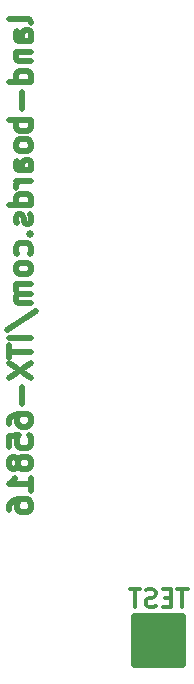
<source format=gbo>
G04 #@! TF.GenerationSoftware,KiCad,Pcbnew,(6.0.1)*
G04 #@! TF.CreationDate,2022-08-31T08:52:12-04:00*
G04 #@! TF.ProjectId,ITX-65C816,4954582d-3635-4433-9831-362e6b696361,1*
G04 #@! TF.SameCoordinates,Original*
G04 #@! TF.FileFunction,Legend,Bot*
G04 #@! TF.FilePolarity,Positive*
%FSLAX46Y46*%
G04 Gerber Fmt 4.6, Leading zero omitted, Abs format (unit mm)*
G04 Created by KiCad (PCBNEW (6.0.1)) date 2022-08-31 08:52:12*
%MOMM*%
%LPD*%
G01*
G04 APERTURE LIST*
%ADD10C,0.476250*%
%ADD11C,0.304800*%
%ADD12C,0.650000*%
G04 APERTURE END LIST*
D10*
X87221785Y-66321214D02*
X87131071Y-66139785D01*
X86949642Y-66049071D01*
X85316785Y-66049071D01*
X87221785Y-67863357D02*
X86223928Y-67863357D01*
X86042500Y-67772642D01*
X85951785Y-67591214D01*
X85951785Y-67228357D01*
X86042500Y-67046928D01*
X87131071Y-67863357D02*
X87221785Y-67681928D01*
X87221785Y-67228357D01*
X87131071Y-67046928D01*
X86949642Y-66956214D01*
X86768214Y-66956214D01*
X86586785Y-67046928D01*
X86496071Y-67228357D01*
X86496071Y-67681928D01*
X86405357Y-67863357D01*
X85951785Y-68770499D02*
X87221785Y-68770499D01*
X86133214Y-68770499D02*
X86042500Y-68861214D01*
X85951785Y-69042642D01*
X85951785Y-69314785D01*
X86042500Y-69496214D01*
X86223928Y-69586928D01*
X87221785Y-69586928D01*
X87221785Y-71310499D02*
X85316785Y-71310499D01*
X87131071Y-71310499D02*
X87221785Y-71129071D01*
X87221785Y-70766214D01*
X87131071Y-70584785D01*
X87040357Y-70494071D01*
X86858928Y-70403357D01*
X86314642Y-70403357D01*
X86133214Y-70494071D01*
X86042500Y-70584785D01*
X85951785Y-70766214D01*
X85951785Y-71129071D01*
X86042500Y-71310499D01*
X86496071Y-72217642D02*
X86496071Y-73669071D01*
X87221785Y-74576214D02*
X85316785Y-74576214D01*
X86042500Y-74576214D02*
X85951785Y-74757642D01*
X85951785Y-75120499D01*
X86042500Y-75301928D01*
X86133214Y-75392642D01*
X86314642Y-75483357D01*
X86858928Y-75483357D01*
X87040357Y-75392642D01*
X87131071Y-75301928D01*
X87221785Y-75120499D01*
X87221785Y-74757642D01*
X87131071Y-74576214D01*
X87221785Y-76571928D02*
X87131071Y-76390499D01*
X87040357Y-76299785D01*
X86858928Y-76209071D01*
X86314642Y-76209071D01*
X86133214Y-76299785D01*
X86042500Y-76390499D01*
X85951785Y-76571928D01*
X85951785Y-76844071D01*
X86042500Y-77025499D01*
X86133214Y-77116214D01*
X86314642Y-77206928D01*
X86858928Y-77206928D01*
X87040357Y-77116214D01*
X87131071Y-77025499D01*
X87221785Y-76844071D01*
X87221785Y-76571928D01*
X87221785Y-78839785D02*
X86223928Y-78839785D01*
X86042500Y-78749071D01*
X85951785Y-78567642D01*
X85951785Y-78204785D01*
X86042500Y-78023357D01*
X87131071Y-78839785D02*
X87221785Y-78658357D01*
X87221785Y-78204785D01*
X87131071Y-78023357D01*
X86949642Y-77932642D01*
X86768214Y-77932642D01*
X86586785Y-78023357D01*
X86496071Y-78204785D01*
X86496071Y-78658357D01*
X86405357Y-78839785D01*
X87221785Y-79746928D02*
X85951785Y-79746928D01*
X86314642Y-79746928D02*
X86133214Y-79837642D01*
X86042500Y-79928357D01*
X85951785Y-80109785D01*
X85951785Y-80291214D01*
X87221785Y-81742642D02*
X85316785Y-81742642D01*
X87131071Y-81742642D02*
X87221785Y-81561214D01*
X87221785Y-81198357D01*
X87131071Y-81016928D01*
X87040357Y-80926214D01*
X86858928Y-80835499D01*
X86314642Y-80835499D01*
X86133214Y-80926214D01*
X86042500Y-81016928D01*
X85951785Y-81198357D01*
X85951785Y-81561214D01*
X86042500Y-81742642D01*
X87131071Y-82559071D02*
X87221785Y-82740499D01*
X87221785Y-83103357D01*
X87131071Y-83284785D01*
X86949642Y-83375499D01*
X86858928Y-83375499D01*
X86677500Y-83284785D01*
X86586785Y-83103357D01*
X86586785Y-82831214D01*
X86496071Y-82649785D01*
X86314642Y-82559071D01*
X86223928Y-82559071D01*
X86042500Y-82649785D01*
X85951785Y-82831214D01*
X85951785Y-83103357D01*
X86042500Y-83284785D01*
X87040357Y-84191928D02*
X87131071Y-84282642D01*
X87221785Y-84191928D01*
X87131071Y-84101214D01*
X87040357Y-84191928D01*
X87221785Y-84191928D01*
X87131071Y-85915499D02*
X87221785Y-85734071D01*
X87221785Y-85371214D01*
X87131071Y-85189785D01*
X87040357Y-85099071D01*
X86858928Y-85008357D01*
X86314642Y-85008357D01*
X86133214Y-85099071D01*
X86042500Y-85189785D01*
X85951785Y-85371214D01*
X85951785Y-85734071D01*
X86042500Y-85915499D01*
X87221785Y-87004071D02*
X87131071Y-86822642D01*
X87040357Y-86731928D01*
X86858928Y-86641214D01*
X86314642Y-86641214D01*
X86133214Y-86731928D01*
X86042500Y-86822642D01*
X85951785Y-87004071D01*
X85951785Y-87276214D01*
X86042500Y-87457642D01*
X86133214Y-87548357D01*
X86314642Y-87639071D01*
X86858928Y-87639071D01*
X87040357Y-87548357D01*
X87131071Y-87457642D01*
X87221785Y-87276214D01*
X87221785Y-87004071D01*
X87221785Y-88455499D02*
X85951785Y-88455499D01*
X86133214Y-88455499D02*
X86042500Y-88546214D01*
X85951785Y-88727642D01*
X85951785Y-88999785D01*
X86042500Y-89181214D01*
X86223928Y-89271928D01*
X87221785Y-89271928D01*
X86223928Y-89271928D02*
X86042500Y-89362642D01*
X85951785Y-89544071D01*
X85951785Y-89816214D01*
X86042500Y-89997642D01*
X86223928Y-90088357D01*
X87221785Y-90088357D01*
X85226071Y-92356214D02*
X87675357Y-90723357D01*
X87221785Y-92991214D02*
X85316785Y-92991214D01*
X85316785Y-93626214D02*
X85316785Y-94714785D01*
X87221785Y-94170499D02*
X85316785Y-94170499D01*
X85316785Y-95168357D02*
X87221785Y-96438357D01*
X85316785Y-96438357D02*
X87221785Y-95168357D01*
X86496071Y-97164071D02*
X86496071Y-98615499D01*
X85316785Y-100339071D02*
X85316785Y-99976214D01*
X85407500Y-99794785D01*
X85498214Y-99704071D01*
X85770357Y-99522642D01*
X86133214Y-99431928D01*
X86858928Y-99431928D01*
X87040357Y-99522642D01*
X87131071Y-99613357D01*
X87221785Y-99794785D01*
X87221785Y-100157642D01*
X87131071Y-100339071D01*
X87040357Y-100429785D01*
X86858928Y-100520499D01*
X86405357Y-100520499D01*
X86223928Y-100429785D01*
X86133214Y-100339071D01*
X86042500Y-100157642D01*
X86042500Y-99794785D01*
X86133214Y-99613357D01*
X86223928Y-99522642D01*
X86405357Y-99431928D01*
X85316785Y-102244071D02*
X85316785Y-101336928D01*
X86223928Y-101246214D01*
X86133214Y-101336928D01*
X86042500Y-101518357D01*
X86042500Y-101971928D01*
X86133214Y-102153357D01*
X86223928Y-102244071D01*
X86405357Y-102334785D01*
X86858928Y-102334785D01*
X87040357Y-102244071D01*
X87131071Y-102153357D01*
X87221785Y-101971928D01*
X87221785Y-101518357D01*
X87131071Y-101336928D01*
X87040357Y-101246214D01*
X86133214Y-103423357D02*
X86042500Y-103241928D01*
X85951785Y-103151214D01*
X85770357Y-103060499D01*
X85679642Y-103060499D01*
X85498214Y-103151214D01*
X85407500Y-103241928D01*
X85316785Y-103423357D01*
X85316785Y-103786214D01*
X85407500Y-103967642D01*
X85498214Y-104058357D01*
X85679642Y-104149071D01*
X85770357Y-104149071D01*
X85951785Y-104058357D01*
X86042500Y-103967642D01*
X86133214Y-103786214D01*
X86133214Y-103423357D01*
X86223928Y-103241928D01*
X86314642Y-103151214D01*
X86496071Y-103060499D01*
X86858928Y-103060499D01*
X87040357Y-103151214D01*
X87131071Y-103241928D01*
X87221785Y-103423357D01*
X87221785Y-103786214D01*
X87131071Y-103967642D01*
X87040357Y-104058357D01*
X86858928Y-104149071D01*
X86496071Y-104149071D01*
X86314642Y-104058357D01*
X86223928Y-103967642D01*
X86133214Y-103786214D01*
X87221785Y-105963357D02*
X87221785Y-104874785D01*
X87221785Y-105419071D02*
X85316785Y-105419071D01*
X85588928Y-105237642D01*
X85770357Y-105056214D01*
X85861071Y-104874785D01*
X85316785Y-107596214D02*
X85316785Y-107233357D01*
X85407500Y-107051928D01*
X85498214Y-106961214D01*
X85770357Y-106779785D01*
X86133214Y-106689071D01*
X86858928Y-106689071D01*
X87040357Y-106779785D01*
X87131071Y-106870499D01*
X87221785Y-107051928D01*
X87221785Y-107414785D01*
X87131071Y-107596214D01*
X87040357Y-107686928D01*
X86858928Y-107777642D01*
X86405357Y-107777642D01*
X86223928Y-107686928D01*
X86133214Y-107596214D01*
X86042500Y-107414785D01*
X86042500Y-107051928D01*
X86133214Y-106870499D01*
X86223928Y-106779785D01*
X86405357Y-106689071D01*
D11*
X100475142Y-114283428D02*
X99604285Y-114283428D01*
X100039714Y-115807428D02*
X100039714Y-114283428D01*
X99096285Y-115009142D02*
X98588285Y-115009142D01*
X98370571Y-115807428D02*
X99096285Y-115807428D01*
X99096285Y-114283428D01*
X98370571Y-114283428D01*
X97790000Y-115734857D02*
X97572285Y-115807428D01*
X97209428Y-115807428D01*
X97064285Y-115734857D01*
X96991714Y-115662285D01*
X96919142Y-115517142D01*
X96919142Y-115372000D01*
X96991714Y-115226857D01*
X97064285Y-115154285D01*
X97209428Y-115081714D01*
X97499714Y-115009142D01*
X97644857Y-114936571D01*
X97717428Y-114864000D01*
X97790000Y-114718857D01*
X97790000Y-114573714D01*
X97717428Y-114428571D01*
X97644857Y-114356000D01*
X97499714Y-114283428D01*
X97136857Y-114283428D01*
X96919142Y-114356000D01*
X96483714Y-114283428D02*
X95612857Y-114283428D01*
X96048285Y-115807428D02*
X96048285Y-114283428D01*
D12*
X96044000Y-116618000D02*
X100044000Y-116618000D01*
X100044000Y-116618000D02*
X100044000Y-120618000D01*
X100044000Y-120618000D02*
X96044000Y-120618000D01*
X96044000Y-120618000D02*
X96044000Y-116618000D01*
X96044000Y-116618000D02*
X96044000Y-117118000D01*
X96044000Y-117118000D02*
X100044000Y-117118000D01*
X100044000Y-117118000D02*
X100044000Y-117618000D01*
X100044000Y-117618000D02*
X96044000Y-117618000D01*
X96044000Y-117618000D02*
X96044000Y-118118000D01*
X96044000Y-118118000D02*
X100044000Y-118118000D01*
X100044000Y-118118000D02*
X100044000Y-118618000D01*
X100044000Y-118618000D02*
X96044000Y-118618000D01*
X96044000Y-118618000D02*
X96044000Y-119118000D01*
X96044000Y-119118000D02*
X99544000Y-119118000D01*
X99544000Y-119118000D02*
X100044000Y-119118000D01*
X100044000Y-119118000D02*
X100044000Y-119618000D01*
X100044000Y-119618000D02*
X96044000Y-119618000D01*
X96044000Y-119618000D02*
X96044000Y-120118000D01*
X96044000Y-120118000D02*
X100044000Y-120118000D01*
M02*

</source>
